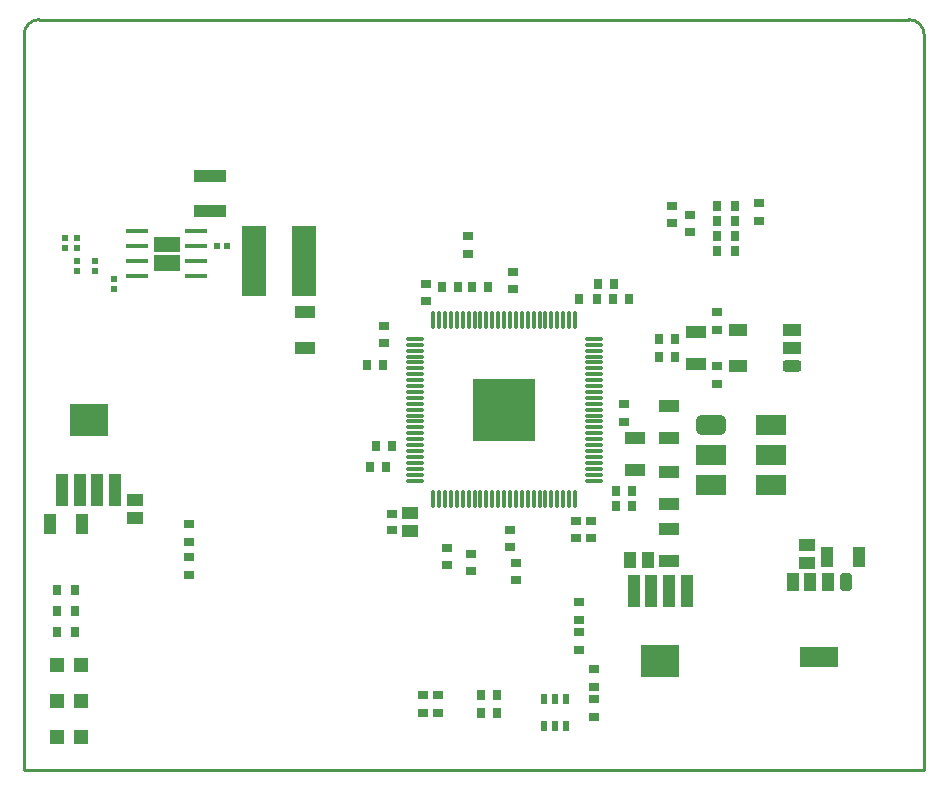
<source format=gtp>
%FSLAX44Y44*%
%MOMM*%
G71*
G01*
G75*
G04 Layer_Color=8421504*
%ADD10R,1.8034X1.1176*%
%ADD11R,5.3000X5.3000*%
%ADD12O,1.6500X0.2700*%
%ADD13O,0.2700X1.6500*%
%ADD14R,1.2700X1.2700*%
%ADD15R,0.7000X0.9000*%
%ADD16R,0.8000X0.9000*%
%ADD17R,0.9000X0.8000*%
%ADD18R,2.5400X1.6510*%
G04:AMPARAMS|DCode=19|XSize=1.651mm|YSize=2.54mm|CornerRadius=0.4128mm|HoleSize=0mm|Usage=FLASHONLY|Rotation=270.000|XOffset=0mm|YOffset=0mm|HoleType=Round|Shape=RoundedRectangle|*
%AMROUNDEDRECTD19*
21,1,1.6510,1.7145,0,0,270.0*
21,1,0.8255,2.5400,0,0,270.0*
1,1,0.8255,-0.8572,-0.4128*
1,1,0.8255,-0.8572,0.4128*
1,1,0.8255,0.8572,0.4128*
1,1,0.8255,0.8572,-0.4128*
%
%ADD19ROUNDEDRECTD19*%
%ADD20R,0.9000X0.7000*%
%ADD21R,1.7000X1.1000*%
%ADD22R,1.0000X2.7000*%
%ADD23R,3.2000X2.7000*%
%ADD24R,0.6096X0.5588*%
%ADD25R,2.6924X1.1176*%
%ADD26R,0.5588X0.6096*%
%ADD27R,2.0000X6.0000*%
%ADD28R,1.4000X1.1000*%
%ADD29R,1.1000X1.7000*%
%ADD30R,1.1000X1.4000*%
G04:AMPARAMS|DCode=31|XSize=1mm|YSize=1.55mm|CornerRadius=0.25mm|HoleSize=0mm|Usage=FLASHONLY|Rotation=270.000|XOffset=0mm|YOffset=0mm|HoleType=Round|Shape=RoundedRectangle|*
%AMROUNDEDRECTD31*
21,1,1.0000,1.0500,0,0,270.0*
21,1,0.5000,1.5500,0,0,270.0*
1,1,0.5000,-0.5250,-0.2500*
1,1,0.5000,-0.5250,0.2500*
1,1,0.5000,0.5250,0.2500*
1,1,0.5000,0.5250,-0.2500*
%
%ADD31ROUNDEDRECTD31*%
%ADD32R,1.5500X1.0000*%
%ADD33R,3.3000X1.8000*%
%ADD34R,1.0000X1.5000*%
G04:AMPARAMS|DCode=35|XSize=1mm|YSize=1.5mm|CornerRadius=0.25mm|HoleSize=0mm|Usage=FLASHONLY|Rotation=180.000|XOffset=0mm|YOffset=0mm|HoleType=Round|Shape=RoundedRectangle|*
%AMROUNDEDRECTD35*
21,1,1.0000,1.0000,0,0,180.0*
21,1,0.5000,1.5000,0,0,180.0*
1,1,0.5000,-0.2500,0.5000*
1,1,0.5000,0.2500,0.5000*
1,1,0.5000,0.2500,-0.5000*
1,1,0.5000,-0.2500,-0.5000*
%
%ADD35ROUNDEDRECTD35*%
%ADD36R,2.3876X3.0988*%
%ADD37R,1.9812X0.4608*%
%ADD38R,0.6000X0.8500*%
%ADD39C,0.2032*%
%ADD40C,0.3048*%
%ADD41C,1.2700*%
%ADD42C,0.4064*%
%ADD43C,0.4277*%
%ADD44C,0.3999*%
%ADD45C,0.4572*%
%ADD46C,0.7620*%
%ADD47C,0.6350*%
%ADD48C,0.2540*%
%ADD49R,6.8580X10.1600*%
%ADD50R,8.8900X8.8900*%
%ADD51R,12.7000X8.8900*%
%ADD52R,1.5240X1.5240*%
%ADD53C,1.5240*%
%ADD54C,1.8000*%
%ADD55C,1.7272*%
%ADD56C,2.4000*%
%ADD57C,1.5000*%
%ADD58R,1.5000X1.5000*%
%ADD59R,1.5000X1.5000*%
%ADD60C,0.6096*%
%ADD61C,0.6350*%
%ADD62C,0.6600*%
%ADD63C,1.0160*%
%ADD64C,1.0160*%
%ADD65C,0.3810*%
%ADD66R,4.5720X4.4450*%
%ADD67R,6.9850X1.7780*%
%ADD68C,2.0320*%
G04:AMPARAMS|DCode=69|XSize=2.524mm|YSize=2.524mm|CornerRadius=0mm|HoleSize=0mm|Usage=FLASHONLY|Rotation=0.000|XOffset=0mm|YOffset=0mm|HoleType=Round|Shape=Relief|Width=0.254mm|Gap=0.254mm|Entries=4|*
%AMTHD69*
7,0,0,2.5240,2.0160,0.2540,45*
%
%ADD69THD69*%
%ADD70C,2.0160*%
%ADD71C,2.0828*%
%ADD72C,2.8160*%
%ADD73C,1.9160*%
G04:AMPARAMS|DCode=74|XSize=2.424mm|YSize=2.424mm|CornerRadius=0mm|HoleSize=0mm|Usage=FLASHONLY|Rotation=0.000|XOffset=0mm|YOffset=0mm|HoleType=Round|Shape=Relief|Width=0.254mm|Gap=0.254mm|Entries=4|*
%AMTHD74*
7,0,0,2.4240,1.9160,0.2540,45*
%
%ADD74THD74*%
%ADD75C,1.3208*%
%ADD76C,1.3970*%
%ADD77C,1.3460*%
%ADD78R,4.4450X4.4450*%
G04:AMPARAMS|DCode=79|XSize=2.54mm|YSize=2.54mm|CornerRadius=0mm|HoleSize=0mm|Usage=FLASHONLY|Rotation=0.000|XOffset=0mm|YOffset=0mm|HoleType=Round|Shape=Relief|Width=0.254mm|Gap=0.254mm|Entries=4|*
%AMTHD79*
7,0,0,2.5400,2.0320,0.2540,45*
%
%ADD79THD79*%
G04:AMPARAMS|DCode=80|XSize=3.324mm|YSize=3.324mm|CornerRadius=0mm|HoleSize=0mm|Usage=FLASHONLY|Rotation=0.000|XOffset=0mm|YOffset=0mm|HoleType=Round|Shape=Relief|Width=0.254mm|Gap=0.254mm|Entries=4|*
%AMTHD80*
7,0,0,3.3240,2.8160,0.2540,45*
%
%ADD80THD80*%
%ADD81R,1.8000X0.7000*%
G04:AMPARAMS|DCode=82|XSize=0.7mm|YSize=1.8mm|CornerRadius=0.175mm|HoleSize=0mm|Usage=FLASHONLY|Rotation=90.000|XOffset=0mm|YOffset=0mm|HoleType=Round|Shape=RoundedRectangle|*
%AMROUNDEDRECTD82*
21,1,0.7000,1.4500,0,0,90.0*
21,1,0.3500,1.8000,0,0,90.0*
1,1,0.3500,0.7250,0.1750*
1,1,0.3500,0.7250,-0.1750*
1,1,0.3500,-0.7250,-0.1750*
1,1,0.3500,-0.7250,0.1750*
%
%ADD82ROUNDEDRECTD82*%
%ADD83O,1.8500X0.3500*%
%ADD84C,0.6000*%
%ADD85C,0.2500*%
%ADD86C,0.1524*%
%ADD87C,0.1270*%
%ADD88C,0.2000*%
%ADD89C,0.1778*%
%ADD90R,8.1280X3.3020*%
G36*
X322088Y617966D02*
X300212D01*
Y631460D01*
X322088D01*
Y617966D01*
D02*
G37*
G36*
Y633460D02*
X300212D01*
Y646954D01*
X322088D01*
Y633460D01*
D02*
G37*
D10*
X427990Y552704D02*
D03*
Y582676D02*
D03*
D11*
X596900Y500380D02*
D03*
D12*
X672650Y560380D02*
D03*
Y555380D02*
D03*
Y550380D02*
D03*
Y545380D02*
D03*
Y540380D02*
D03*
Y535380D02*
D03*
Y530380D02*
D03*
Y525380D02*
D03*
Y520380D02*
D03*
Y515380D02*
D03*
Y510380D02*
D03*
Y505380D02*
D03*
Y500380D02*
D03*
Y495380D02*
D03*
Y490380D02*
D03*
Y485380D02*
D03*
Y480380D02*
D03*
Y475380D02*
D03*
Y470380D02*
D03*
Y465380D02*
D03*
Y460380D02*
D03*
Y455380D02*
D03*
Y450380D02*
D03*
Y445380D02*
D03*
Y440380D02*
D03*
X521150D02*
D03*
Y445380D02*
D03*
Y450380D02*
D03*
Y455380D02*
D03*
Y460380D02*
D03*
Y465380D02*
D03*
Y470380D02*
D03*
Y475380D02*
D03*
Y480380D02*
D03*
Y485380D02*
D03*
Y490380D02*
D03*
Y495380D02*
D03*
Y500380D02*
D03*
Y505380D02*
D03*
Y510380D02*
D03*
Y515380D02*
D03*
Y520380D02*
D03*
Y525380D02*
D03*
Y530380D02*
D03*
Y535380D02*
D03*
Y540380D02*
D03*
Y545380D02*
D03*
Y550380D02*
D03*
Y555380D02*
D03*
Y560380D02*
D03*
D13*
X656900Y424630D02*
D03*
X651900D02*
D03*
X646900D02*
D03*
X641900D02*
D03*
X636900D02*
D03*
X631900D02*
D03*
X626900D02*
D03*
X621900D02*
D03*
X616900D02*
D03*
X611900D02*
D03*
X606900D02*
D03*
X601900D02*
D03*
X596900D02*
D03*
X591900D02*
D03*
X586900D02*
D03*
X581900D02*
D03*
X576900D02*
D03*
X571900D02*
D03*
X566900D02*
D03*
X561900D02*
D03*
X556900D02*
D03*
X551900D02*
D03*
X546900D02*
D03*
X541900D02*
D03*
X536900D02*
D03*
Y576130D02*
D03*
X541900D02*
D03*
X546900D02*
D03*
X551900D02*
D03*
X556900D02*
D03*
X561900D02*
D03*
X566900D02*
D03*
X571900D02*
D03*
X576900D02*
D03*
X581900D02*
D03*
X586900D02*
D03*
X591900D02*
D03*
X596900D02*
D03*
X601900D02*
D03*
X606900D02*
D03*
X611900D02*
D03*
X616900D02*
D03*
X621900D02*
D03*
X626900D02*
D03*
X631900D02*
D03*
X636900D02*
D03*
X641900D02*
D03*
X646900D02*
D03*
X651900D02*
D03*
X656900D02*
D03*
D14*
X238760Y223520D02*
D03*
X218440D02*
D03*
X238760Y284480D02*
D03*
X218440D02*
D03*
X238760Y254000D02*
D03*
X218440D02*
D03*
D15*
X218560Y347980D02*
D03*
X233560D02*
D03*
X218560Y330200D02*
D03*
X233560D02*
D03*
X218560Y312420D02*
D03*
X233560D02*
D03*
X675520Y594360D02*
D03*
X660520D02*
D03*
X777360Y647820D02*
D03*
X792360D02*
D03*
X777360Y673220D02*
D03*
X792360D02*
D03*
X777360Y635120D02*
D03*
X792360D02*
D03*
X777360Y660520D02*
D03*
X792360D02*
D03*
D16*
X705500Y431800D02*
D03*
X691500D02*
D03*
X705500Y419100D02*
D03*
X691500D02*
D03*
X577200Y243840D02*
D03*
X591200D02*
D03*
X741680Y544830D02*
D03*
X727680D02*
D03*
X741680Y560070D02*
D03*
X727680D02*
D03*
X690260Y607060D02*
D03*
X676260D02*
D03*
X702960Y594360D02*
D03*
X688960D02*
D03*
X569580Y604520D02*
D03*
X583580D02*
D03*
X544180D02*
D03*
X558180D02*
D03*
X480680Y538480D02*
D03*
X494680D02*
D03*
X483220Y452120D02*
D03*
X497220D02*
D03*
X488300Y469900D02*
D03*
X502300D02*
D03*
X577200Y259080D02*
D03*
X591200D02*
D03*
D17*
X670560Y391780D02*
D03*
Y405780D02*
D03*
X657860Y391780D02*
D03*
Y405780D02*
D03*
X548640Y368920D02*
D03*
Y382920D02*
D03*
X604520Y616600D02*
D03*
Y602600D02*
D03*
X607060Y356220D02*
D03*
Y370220D02*
D03*
X601980Y384160D02*
D03*
Y398160D02*
D03*
X530860Y606440D02*
D03*
Y592440D02*
D03*
X495300Y570880D02*
D03*
Y556880D02*
D03*
X568960Y363840D02*
D03*
Y377840D02*
D03*
X501650Y412130D02*
D03*
Y398130D02*
D03*
D18*
X822960Y436880D02*
D03*
Y462280D02*
D03*
Y487680D02*
D03*
X772160Y436880D02*
D03*
Y462280D02*
D03*
D19*
Y487680D02*
D03*
D20*
X698500Y505340D02*
D03*
Y490340D02*
D03*
X330200Y375800D02*
D03*
Y360800D02*
D03*
Y403740D02*
D03*
Y388740D02*
D03*
X566420Y632580D02*
D03*
Y647580D02*
D03*
X673100Y240030D02*
D03*
Y255030D02*
D03*
Y265430D02*
D03*
Y280430D02*
D03*
X660400Y297300D02*
D03*
Y312300D02*
D03*
Y322700D02*
D03*
Y337700D02*
D03*
X777240Y567810D02*
D03*
Y582810D02*
D03*
Y522090D02*
D03*
Y537090D02*
D03*
X812800Y675520D02*
D03*
Y660520D02*
D03*
X528320Y243960D02*
D03*
Y258960D02*
D03*
X541020Y258960D02*
D03*
Y243960D02*
D03*
X739140Y673100D02*
D03*
Y658100D02*
D03*
X754380Y665480D02*
D03*
Y650480D02*
D03*
D21*
X707750Y476330D02*
D03*
Y449330D02*
D03*
X736600Y476720D02*
D03*
Y503720D02*
D03*
Y420840D02*
D03*
Y447840D02*
D03*
Y372580D02*
D03*
Y399580D02*
D03*
X759460Y538950D02*
D03*
Y565950D02*
D03*
D22*
X222610Y432780D02*
D03*
X237610D02*
D03*
X252610D02*
D03*
X267610D02*
D03*
X751480Y347000D02*
D03*
X736480D02*
D03*
X721480D02*
D03*
X706480D02*
D03*
D23*
X245110Y491780D02*
D03*
X728980Y288000D02*
D03*
D24*
X250190Y626491D02*
D03*
Y618109D02*
D03*
X266700Y611251D02*
D03*
Y602869D02*
D03*
X234950Y626491D02*
D03*
Y618109D02*
D03*
Y645541D02*
D03*
Y637159D02*
D03*
X224790Y645541D02*
D03*
Y637159D02*
D03*
D25*
X347980Y668274D02*
D03*
Y698246D02*
D03*
D26*
X353949Y638810D02*
D03*
X362331D02*
D03*
D27*
X384900Y626110D02*
D03*
X427900D02*
D03*
D28*
X284480Y409060D02*
D03*
Y424060D02*
D03*
X853440Y370960D02*
D03*
Y385960D02*
D03*
X516890Y397750D02*
D03*
Y412750D02*
D03*
D29*
X870420Y375920D02*
D03*
X897420D02*
D03*
X239560Y403860D02*
D03*
X212560D02*
D03*
D30*
X718700Y373380D02*
D03*
X703700D02*
D03*
D31*
X840630Y537450D02*
D03*
D32*
Y552450D02*
D03*
Y567450D02*
D03*
X795130D02*
D03*
Y537450D02*
D03*
D33*
X863600Y291080D02*
D03*
D34*
X841100Y354080D02*
D03*
X856100D02*
D03*
X871100D02*
D03*
D35*
X886100D02*
D03*
D37*
X335788Y651510D02*
D03*
Y638810D02*
D03*
Y626110D02*
D03*
Y613410D02*
D03*
X286512D02*
D03*
Y626110D02*
D03*
Y638810D02*
D03*
Y651510D02*
D03*
D38*
X649580Y232590D02*
D03*
X640080D02*
D03*
X630580D02*
D03*
Y255090D02*
D03*
X640080D02*
D03*
X649580D02*
D03*
D48*
X952500Y817880D02*
G03*
X939800Y830580I-12700J0D01*
G01*
X203200D02*
G03*
X190500Y817880I0J-12700D01*
G01*
X203200Y830580D02*
X939800D01*
X952500Y195580D02*
Y817880D01*
X190500Y195580D02*
Y817880D01*
Y195580D02*
X952500D01*
M02*

</source>
